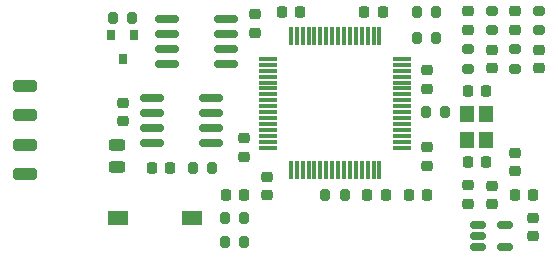
<source format=gbr>
%TF.GenerationSoftware,KiCad,Pcbnew,6.0.6-3a73a75311~116~ubuntu20.04.1*%
%TF.CreationDate,2022-07-05T10:29:56+02:00*%
%TF.ProjectId,Temperature_Tire_Sensor,54656d70-6572-4617-9475-72655f546972,rev?*%
%TF.SameCoordinates,Original*%
%TF.FileFunction,Paste,Top*%
%TF.FilePolarity,Positive*%
%FSLAX46Y46*%
G04 Gerber Fmt 4.6, Leading zero omitted, Abs format (unit mm)*
G04 Created by KiCad (PCBNEW 6.0.6-3a73a75311~116~ubuntu20.04.1) date 2022-07-05 10:29:56*
%MOMM*%
%LPD*%
G01*
G04 APERTURE LIST*
G04 Aperture macros list*
%AMRoundRect*
0 Rectangle with rounded corners*
0 $1 Rounding radius*
0 $2 $3 $4 $5 $6 $7 $8 $9 X,Y pos of 4 corners*
0 Add a 4 corners polygon primitive as box body*
4,1,4,$2,$3,$4,$5,$6,$7,$8,$9,$2,$3,0*
0 Add four circle primitives for the rounded corners*
1,1,$1+$1,$2,$3*
1,1,$1+$1,$4,$5*
1,1,$1+$1,$6,$7*
1,1,$1+$1,$8,$9*
0 Add four rect primitives between the rounded corners*
20,1,$1+$1,$2,$3,$4,$5,0*
20,1,$1+$1,$4,$5,$6,$7,0*
20,1,$1+$1,$6,$7,$8,$9,0*
20,1,$1+$1,$8,$9,$2,$3,0*%
G04 Aperture macros list end*
%ADD10RoundRect,0.225000X0.250000X-0.225000X0.250000X0.225000X-0.250000X0.225000X-0.250000X-0.225000X0*%
%ADD11RoundRect,0.150000X-0.825000X-0.150000X0.825000X-0.150000X0.825000X0.150000X-0.825000X0.150000X0*%
%ADD12RoundRect,0.225000X0.225000X0.250000X-0.225000X0.250000X-0.225000X-0.250000X0.225000X-0.250000X0*%
%ADD13RoundRect,0.225000X-0.225000X-0.250000X0.225000X-0.250000X0.225000X0.250000X-0.225000X0.250000X0*%
%ADD14RoundRect,0.075000X0.700000X0.075000X-0.700000X0.075000X-0.700000X-0.075000X0.700000X-0.075000X0*%
%ADD15RoundRect,0.075000X0.075000X0.700000X-0.075000X0.700000X-0.075000X-0.700000X0.075000X-0.700000X0*%
%ADD16RoundRect,0.200000X0.200000X0.275000X-0.200000X0.275000X-0.200000X-0.275000X0.200000X-0.275000X0*%
%ADD17RoundRect,0.150000X-0.512500X-0.150000X0.512500X-0.150000X0.512500X0.150000X-0.512500X0.150000X0*%
%ADD18RoundRect,0.225000X-0.250000X0.225000X-0.250000X-0.225000X0.250000X-0.225000X0.250000X0.225000X0*%
%ADD19RoundRect,0.200000X0.275000X-0.200000X0.275000X0.200000X-0.275000X0.200000X-0.275000X-0.200000X0*%
%ADD20RoundRect,0.218750X0.256250X-0.218750X0.256250X0.218750X-0.256250X0.218750X-0.256250X-0.218750X0*%
%ADD21R,1.750000X1.200000*%
%ADD22RoundRect,0.218750X-0.256250X0.218750X-0.256250X-0.218750X0.256250X-0.218750X0.256250X0.218750X0*%
%ADD23RoundRect,0.250000X0.750000X-0.250000X0.750000X0.250000X-0.750000X0.250000X-0.750000X-0.250000X0*%
%ADD24RoundRect,0.200000X-0.200000X-0.275000X0.200000X-0.275000X0.200000X0.275000X-0.200000X0.275000X0*%
%ADD25RoundRect,0.150000X0.825000X0.150000X-0.825000X0.150000X-0.825000X-0.150000X0.825000X-0.150000X0*%
%ADD26RoundRect,0.218750X0.218750X0.256250X-0.218750X0.256250X-0.218750X-0.256250X0.218750X-0.256250X0*%
%ADD27RoundRect,0.243750X0.456250X-0.243750X0.456250X0.243750X-0.456250X0.243750X-0.456250X-0.243750X0*%
%ADD28R,0.800000X0.900000*%
%ADD29R,1.150000X1.400000*%
G04 APERTURE END LIST*
D10*
%TO.C,C13*%
X110250000Y-106275000D03*
X110250000Y-104725000D03*
%TD*%
D11*
%TO.C,U2*%
X112775000Y-104345000D03*
X112775000Y-105615000D03*
X112775000Y-106885000D03*
X112775000Y-108155000D03*
X117725000Y-108155000D03*
X117725000Y-106885000D03*
X117725000Y-105615000D03*
X117725000Y-104345000D03*
%TD*%
D12*
%TO.C,C1*%
X120525000Y-112522000D03*
X118975000Y-112522000D03*
%TD*%
D13*
%TO.C,C6*%
X130725000Y-97000000D03*
X132275000Y-97000000D03*
%TD*%
D14*
%TO.C,U1*%
X133925000Y-108500000D03*
X133925000Y-108000000D03*
X133925000Y-107500000D03*
X133925000Y-107000000D03*
X133925000Y-106500000D03*
X133925000Y-106000000D03*
X133925000Y-105500000D03*
X133925000Y-105000000D03*
X133925000Y-104500000D03*
X133925000Y-104000000D03*
X133925000Y-103500000D03*
X133925000Y-103000000D03*
X133925000Y-102500000D03*
X133925000Y-102000000D03*
X133925000Y-101500000D03*
X133925000Y-101000000D03*
D15*
X132000000Y-99075000D03*
X131500000Y-99075000D03*
X131000000Y-99075000D03*
X130500000Y-99075000D03*
X130000000Y-99075000D03*
X129500000Y-99075000D03*
X129000000Y-99075000D03*
X128500000Y-99075000D03*
X128000000Y-99075000D03*
X127500000Y-99075000D03*
X127000000Y-99075000D03*
X126500000Y-99075000D03*
X126000000Y-99075000D03*
X125500000Y-99075000D03*
X125000000Y-99075000D03*
X124500000Y-99075000D03*
D14*
X122575000Y-101000000D03*
X122575000Y-101500000D03*
X122575000Y-102000000D03*
X122575000Y-102500000D03*
X122575000Y-103000000D03*
X122575000Y-103500000D03*
X122575000Y-104000000D03*
X122575000Y-104500000D03*
X122575000Y-105000000D03*
X122575000Y-105500000D03*
X122575000Y-106000000D03*
X122575000Y-106500000D03*
X122575000Y-107000000D03*
X122575000Y-107500000D03*
X122575000Y-108000000D03*
X122575000Y-108500000D03*
D15*
X124500000Y-110425000D03*
X125000000Y-110425000D03*
X125500000Y-110425000D03*
X126000000Y-110425000D03*
X126500000Y-110425000D03*
X127000000Y-110425000D03*
X127500000Y-110425000D03*
X128000000Y-110425000D03*
X128500000Y-110425000D03*
X129000000Y-110425000D03*
X129500000Y-110425000D03*
X130000000Y-110425000D03*
X130500000Y-110425000D03*
X131000000Y-110425000D03*
X131500000Y-110425000D03*
X132000000Y-110425000D03*
%TD*%
D16*
%TO.C,R5*%
X136825000Y-99250000D03*
X135175000Y-99250000D03*
%TD*%
D17*
%TO.C,U3*%
X140362500Y-115050000D03*
X140362500Y-116000000D03*
X140362500Y-116950000D03*
X142637500Y-116950000D03*
X142637500Y-115050000D03*
%TD*%
D18*
%TO.C,C3*%
X136000000Y-108475000D03*
X136000000Y-110025000D03*
%TD*%
D19*
%TO.C,R8*%
X139500000Y-101825000D03*
X139500000Y-100175000D03*
%TD*%
D10*
%TO.C,C14*%
X143500000Y-110525000D03*
X143500000Y-108975000D03*
%TD*%
D20*
%TO.C,D3*%
X141500000Y-101787500D03*
X141500000Y-100212500D03*
%TD*%
D21*
%TO.C,SW1*%
X109875000Y-114500000D03*
X116125000Y-114500000D03*
%TD*%
D12*
%TO.C,C5*%
X141025000Y-109750000D03*
X139475000Y-109750000D03*
%TD*%
D20*
%TO.C,D1*%
X143500000Y-98537500D03*
X143500000Y-96962500D03*
%TD*%
D22*
%TO.C,FB4*%
X121500000Y-97212500D03*
X121500000Y-98787500D03*
%TD*%
D13*
%TO.C,C7*%
X139475000Y-103750000D03*
X141025000Y-103750000D03*
%TD*%
D23*
%TO.C,J2*%
X102000000Y-110750000D03*
X102000000Y-108250000D03*
X102000000Y-105750000D03*
X102000000Y-103250000D03*
%TD*%
D24*
%TO.C,R12*%
X116175000Y-110250000D03*
X117825000Y-110250000D03*
%TD*%
%TO.C,R7*%
X109425000Y-97500000D03*
X111075000Y-97500000D03*
%TD*%
D12*
%TO.C,C10*%
X132525000Y-112500000D03*
X130975000Y-112500000D03*
%TD*%
D13*
%TO.C,C2*%
X134475000Y-112500000D03*
X136025000Y-112500000D03*
%TD*%
D25*
%TO.C,U4*%
X118975000Y-101405000D03*
X118975000Y-100135000D03*
X118975000Y-98865000D03*
X118975000Y-97595000D03*
X114025000Y-97595000D03*
X114025000Y-98865000D03*
X114025000Y-100135000D03*
X114025000Y-101405000D03*
%TD*%
D16*
%TO.C,R10*%
X120575000Y-116500000D03*
X118925000Y-116500000D03*
%TD*%
D10*
%TO.C,C9*%
X120500000Y-109275000D03*
X120500000Y-107725000D03*
%TD*%
D20*
%TO.C,D4*%
X145500000Y-101787500D03*
X145500000Y-100212500D03*
%TD*%
D16*
%TO.C,R6*%
X136825000Y-97000000D03*
X135175000Y-97000000D03*
%TD*%
D26*
%TO.C,D6*%
X114287500Y-110250000D03*
X112712500Y-110250000D03*
%TD*%
D24*
%TO.C,R3*%
X118925000Y-114500000D03*
X120575000Y-114500000D03*
%TD*%
D16*
%TO.C,R1*%
X129075000Y-112500000D03*
X127425000Y-112500000D03*
%TD*%
D20*
%TO.C,D5*%
X139500000Y-98537500D03*
X139500000Y-96962500D03*
%TD*%
D27*
%TO.C,F1*%
X109750000Y-110187500D03*
X109750000Y-108312500D03*
%TD*%
D24*
%TO.C,R4*%
X135925000Y-105500000D03*
X137575000Y-105500000D03*
%TD*%
D28*
%TO.C,D2*%
X111200000Y-99000000D03*
X109300000Y-99000000D03*
X110250000Y-101000000D03*
%TD*%
D18*
%TO.C,C12*%
X145000000Y-114475000D03*
X145000000Y-116025000D03*
%TD*%
D19*
%TO.C,R2*%
X145500000Y-98575000D03*
X145500000Y-96925000D03*
%TD*%
D22*
%TO.C,FB2*%
X139500000Y-111712500D03*
X139500000Y-113287500D03*
%TD*%
D13*
%TO.C,C8*%
X123725000Y-97000000D03*
X125275000Y-97000000D03*
%TD*%
D18*
%TO.C,C4*%
X136002000Y-101975000D03*
X136002000Y-103525000D03*
%TD*%
D29*
%TO.C,Y1*%
X141050000Y-107850000D03*
X141050000Y-105650000D03*
X139450000Y-105650000D03*
X139450000Y-107850000D03*
%TD*%
D19*
%TO.C,R9*%
X143500000Y-101825000D03*
X143500000Y-100175000D03*
%TD*%
D10*
%TO.C,C11*%
X141500000Y-113275000D03*
X141500000Y-111725000D03*
%TD*%
D20*
%TO.C,FB1*%
X122500000Y-112537500D03*
X122500000Y-110962500D03*
%TD*%
D19*
%TO.C,R11*%
X141500000Y-98575000D03*
X141500000Y-96925000D03*
%TD*%
D26*
%TO.C,FB3*%
X145037500Y-112500000D03*
X143462500Y-112500000D03*
%TD*%
M02*

</source>
